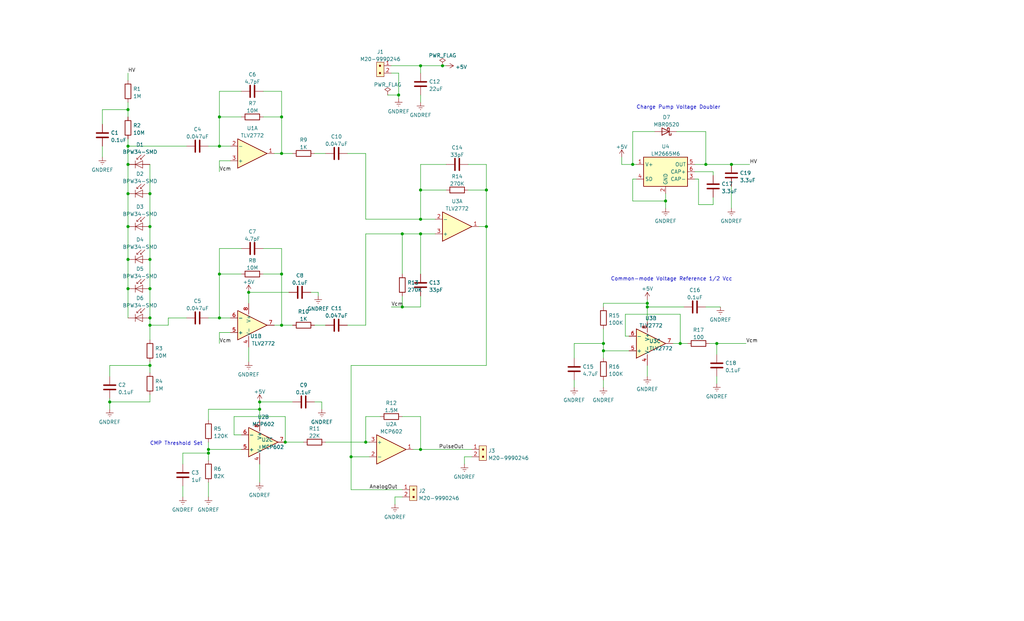
<source format=kicad_sch>
(kicad_sch (version 20211123) (generator eeschema)
  (paper "USLegal")
  (title_block (title "Particle Counter") (date "2023-02-11"))
  (lib_symbols
    (symbol "Amplifier_Operational:MCP602" (pin_names (offset 0.127))
      (property "Reference" "U" (at 0 5.08 0))
      (property "Value" "MCP602" (at 0 -5.08 0))
      (symbol "MCP602_1_1"
        (polyline (pts (xy -5.08 5.08) (xy 5.08 0) (xy -5.08 -5.08) (xy -5.08 5.08)) (stroke (width 0.254)) (fill (type background)))
        (pin output line (at 7.62 0 180) (length 2.54) (name "~") (number "1"))
        (pin input line (at -7.62 -2.54 0) (length 2.54) (name "-") (number "2"))
        (pin input line (at -7.62 2.54 0) (length 2.54) (name "+") (number "3"))
      )
      (symbol "MCP602_2_1"
        (polyline (pts (xy -5.08 5.08) (xy 5.08 0) (xy -5.08 -5.08) (xy -5.08 5.08)) (stroke (width 0.254)) (fill (type background)))
        (pin input line (at -7.62 2.54 0) (length 2.54) (name "+") (number "5"))
        (pin input line (at -7.62 -2.54 0) (length 2.54) (name "-") (number "6"))
        (pin output line (at 7.62 0 180) (length 2.54) (name "~") (number "7"))
      )
      (symbol "MCP602_3_1"
        (pin power_in line (at -2.54 -7.62 90) (length 3.81) (name "V-") (number "4"))
        (pin power_in line (at -2.54 7.62 270) (length 3.81) (name "V+") (number "8"))
      )
    )
    (symbol "Amplifier_Operational:TLV2372" (pin_names (offset 0.127))
      (property "Reference" "U" (at 0 5.08 0))
      (property "Value" "TLV2372" (at 0 -5.08 0))
      (symbol "TLV2372_1_1"
        (polyline (pts (xy -5.08 5.08) (xy 5.08 0) (xy -5.08 -5.08) (xy -5.08 5.08)) (stroke (width 0.254)) (fill (type background)))
        (pin output line (at 7.62 0 180) (length 2.54) (name "~") (number "1"))
        (pin input line (at -7.62 -2.54 0) (length 2.54) (name "-") (number "2"))
        (pin input line (at -7.62 2.54 0) (length 2.54) (name "+") (number "3"))
      )
      (symbol "TLV2372_2_1"
        (polyline (pts (xy -5.08 5.08) (xy 5.08 0) (xy -5.08 -5.08) (xy -5.08 5.08)) (stroke (width 0.254)) (fill (type background)))
        (pin input line (at -7.62 2.54 0) (length 2.54) (name "+") (number "5"))
        (pin input line (at -7.62 -2.54 0) (length 2.54) (name "-") (number "6"))
        (pin output line (at 7.62 0 180) (length 2.54) (name "~") (number "7"))
      )
      (symbol "TLV2372_3_1"
        (pin power_in line (at -2.54 -7.62 90) (length 3.81) (name "V-") (number "4"))
        (pin power_in line (at -2.54 7.62 270) (length 3.81) (name "V+") (number "8"))
      )
    )
    (symbol "Device:C" (pin_numbers hide) (pin_names (offset 0.254))
      (property "Reference" "C" (at 0.635 2.54 0))
      (property "Value" "C" (at 0.635 -2.54 0))
      (symbol "C_0_1"
        (polyline (pts (xy -2.032 -0.762) (xy 2.032 -0.762)) (stroke (width 0.508)))
        (polyline (pts (xy -2.032 0.762) (xy 2.032 0.762)) (stroke (width 0.508)))
      )
      (symbol "C_1_1"
        (pin passive line (at 0 3.81 270) (length 2.794) (name "~") (number "1"))
        (pin passive line (at 0 -3.81 90) (length 2.794) (name "~") (number "2"))
      )
    )
    (symbol "Device:R" (pin_numbers hide) (pin_names (offset 0))
      (property "Reference" "R" (at 2.032 0 90))
      (property "Value" "R" (at 0 0 90))
      (symbol "R_0_1"
        (rectangle (start -1.016 -2.54) (end 1.016 2.54) (stroke (width 0.254)))
      )
      (symbol "R_1_1"
        (pin passive line (at 0 3.81 270) (length 1.27) (name "~") (number "1"))
        (pin passive line (at 0 -3.81 90) (length 1.27) (name "~") (number "2"))
      )
    )
    (symbol "Diode:MBR0520" (pin_numbers hide) (pin_names (offset 1.016) hide)
      (property "Reference" "D" (at 0 2.54 0))
      (property "Value" "MBR0520" (at 0 -2.54 0))
      (symbol "MBR0520_0_1"
        (polyline (pts (xy 1.27 0) (xy -1.27 0)))
        (polyline (pts (xy 1.27 1.27) (xy 1.27 -1.27) (xy -1.27 0) (xy 1.27 1.27)) (stroke (width 0.254)))
        (polyline (pts (xy -1.905 0.635) (xy -1.905 1.27) (xy -1.27 1.27) (xy -1.27 -1.27) (xy -0.635 -1.27) (xy -0.635 -0.635)) (stroke (width 0.254)))
      )
      (symbol "MBR0520_1_1"
        (pin passive line (at -3.81 0 0) (length 2.54) (name "K") (number "1"))
        (pin passive line (at 3.81 0 180) (length 2.54) (name "A") (number "2"))
      )
    )
    (symbol "Regulator_SwitchedCapacitor:LM2665M6"
      (property "Reference" "U" (at -6.35 6.35 0))
      (property "Value" "LM2665M6" (at 1.27 6.35 0))
      (symbol "LM2665M6_0_1"
        (rectangle (start -7.62 5.08) (end 7.62 -5.08) (stroke (width 0.254)) (fill (type background)))
      )
      (symbol "LM2665M6_1_1"
        (pin passive line (at -10.16 2.54 0) (length 2.54) (name "V+") (number "1"))
        (pin power_in line (at 0 -7.62 90) (length 2.54) (name "GND") (number "2"))
        (pin passive line (at 10.16 -2.54 180) (length 2.54) (name "CAP-") (number "3"))
        (pin input line (at -10.16 -2.54 0) (length 2.54) (name "SD") (number "4"))
        (pin passive line (at 10.16 2.54 180) (length 2.54) (name "OUT") (number "5"))
        (pin passive line (at 10.16 0 180) (length 2.54) (name "CAP+") (number "6"))
      )
    )
    (symbol "Sensor_Optical:BPW34-SMD" (pin_numbers hide) (pin_names (offset 1.016) hide)
      (property "Reference" "D" (at 0.508 1.778 0))
      (property "Value" "BPW34-SMD" (at -1.016 -2.794 0))
      (symbol "BPW34-SMD_0_1"
        (polyline (pts (xy -2.54 1.27) (xy -2.54 -1.27)) (stroke (width 0.1524)))
        (polyline (pts (xy -2.032 1.778) (xy -1.524 1.778)))
        (polyline (pts (xy 0 -1.27) (xy 0 1.27)))
        (polyline (pts (xy 0 0) (xy -2.54 0)))
        (polyline (pts (xy -0.508 3.302) (xy -2.032 1.778) (xy -2.032 2.286)))
        (polyline (pts (xy 0 1.27) (xy -2.54 0) (xy 0 -1.27)))
        (polyline (pts (xy 0.762 3.302) (xy -0.762 1.778) (xy -0.762 2.286) (xy -0.762 1.778) (xy -0.254 1.778)))
      )
      (symbol "BPW34-SMD_1_1"
        (pin passive line (at -5.08 0 0) (length 2.54) (name "K") (number "1"))
        (pin passive line (at 2.54 0 180) (length 2.54) (name "A") (number "2"))
      )
    )
    (symbol "dk_Rectangular-Connectors-Headers-Male-Pins:M20-9990246" (pin_names (offset 1.016))
      (property "Reference" "J" (at -2.54 1.27 0))
      (property "Value" "M20-9990246" (at 1.27 -3.81 0))
      (symbol "M20-9990246_1_1"
        (rectangle (start -1.27 0) (end 3.81 -2.54) (fill (type background)))
        (rectangle (start -0.254 -1.143) (end 0.254 -1.651) (fill (type outline)))
        (rectangle (start 2.286 -1.143) (end 2.794 -1.651) (fill (type outline)))
        (pin passive line (at 0 2.54 270) (length 2.54) (name "~") (number "1"))
        (pin passive line (at 2.54 2.54 270) (length 2.54) (name "~") (number "2"))
      )
    )
    (symbol "power:+5V" (power) (pin_names (offset 0))
      (property "Value" "+5V" (at 0 3.556 0))
      (symbol "+5V_0_1"
        (polyline (pts (xy -0.762 1.27) (xy 0 2.54)))
        (polyline (pts (xy 0 0) (xy 0 2.54)))
        (polyline (pts (xy 0 2.54) (xy 0.762 1.27)))
      )
      (symbol "+5V_1_1"
        (pin power_in line (at 0 0 90) (length 0) hide (name "+5V") (number "1"))
      )
    )
    (symbol "power:GNDREF" (power) (pin_names (offset 0))
      (property "Value" "GNDREF" (at 0 -3.81 0))
      (symbol "GNDREF_0_1"
        (polyline (pts (xy -0.635 -1.905) (xy 0.635 -1.905)))
        (polyline (pts (xy -0.127 -2.54) (xy 0.127 -2.54)))
        (polyline (pts (xy 0 -1.27) (xy 0 0)))
        (polyline (pts (xy 1.27 -1.27) (xy -1.27 -1.27)))
      )
      (symbol "GNDREF_1_1"
        (pin power_in line (at 0 0 270) (length 0) hide (name "GNDREF") (number "1"))
      )
    )
    (symbol "power:PWR_FLAG" (power) (pin_numbers hide) (pin_names (offset 0) hide)
      (property "Value" "PWR_FLAG" (at 0 3.81 0))
      (symbol "PWR_FLAG_0_0"
        (pin power_out line (at 0 0 90) (length 0) (name "pwr") (number "1"))
      )
      (symbol "PWR_FLAG_0_1"
        (polyline (pts (xy 0 0) (xy 0 1.27) (xy -1.016 1.905) (xy 0 2.54) (xy 1.016 1.905) (xy 0 1.27)))
      )
    )
  )
  (junction (at 97.79 113.03))
  (junction (at 52.07 100.33))
  (junction (at 52.07 90.17))
  (junction (at 97.79 40.64))
  (junction (at 99.06 153.67))
  (junction (at 52.07 110.49))
  (junction (at 86.36 101.6))
  (junction (at 44.45 57.15))
  (junction (at 236.22 119.38))
  (junction (at 224.79 106.68))
  (junction (at 72.39 157.48))
  (junction (at 209.55 119.38))
  (junction (at 97.79 53.34))
  (junction (at 52.07 127))
  (junction (at 52.07 113.03))
  (junction (at 146.05 66.04))
  (junction (at 248.92 119.38))
  (junction (at 146.05 22.86))
  (junction (at 121.92 158.75))
  (junction (at 38.1 139.7))
  (junction (at 44.45 78.74))
  (junction (at 44.45 100.33))
  (junction (at 168.91 78.74))
  (junction (at 168.91 66.04))
  (junction (at 153.67 22.86))
  (junction (at 224.79 105.41))
  (junction (at 52.07 67.31))
  (junction (at 44.45 50.8))
  (junction (at 146.05 76.2))
  (junction (at 138.43 33.02))
  (junction (at 90.17 139.7))
  (junction (at 127 153.67))
  (junction (at 76.2 110.49))
  (junction (at 44.45 90.17))
  (junction (at 52.07 78.74))
  (junction (at 76.2 95.25))
  (junction (at 44.45 38.1))
  (junction (at 146.05 156.21))
  (junction (at 76.2 50.8))
  (junction (at 146.05 81.28))
  (junction (at 219.71 57.15))
  (junction (at 231.14 69.85))
  (junction (at 254 57.15))
  (junction (at 72.39 156.21))
  (junction (at 139.7 106.68))
  (junction (at 76.2 40.64))
  (junction (at 97.79 95.25))
  (junction (at 90.17 142.24))
  (junction (at 245.11 57.15))
  (junction (at 139.7 81.28))
  (junction (at 44.45 67.31))
  (junction (at 209.55 121.92))
  (wire (pts (xy 146.05 22.86) (xy 153.67 22.86)))
  (wire (pts (xy 209.55 121.92) (xy 209.55 124.46)))
  (wire (pts (xy 83.82 95.25) (xy 76.2 95.25)))
  (wire (pts (xy 44.45 57.15) (xy 44.45 67.31)))
  (wire (pts (xy 38.1 130.81) (xy 38.1 127)))
  (wire (pts (xy 44.45 50.8) (xy 64.77 50.8)))
  (wire (pts (xy 52.07 78.74) (xy 52.07 90.17)))
  (wire (pts (xy 217.17 109.22) (xy 217.17 116.84)))
  (wire (pts (xy 219.71 57.15) (xy 220.98 57.15)))
  (wire (pts (xy 127 53.34) (xy 127 76.2)))
  (wire (pts (xy 91.44 95.25) (xy 97.79 95.25)))
  (wire (pts (xy 139.7 81.28) (xy 139.7 95.25)))
  (wire (pts (xy 146.05 156.21) (xy 163.83 156.21)))
  (wire (pts (xy 44.45 35.56) (xy 44.45 38.1)))
  (wire (pts (xy 209.55 114.3) (xy 209.55 119.38)))
  (wire (pts (xy 72.39 50.8) (xy 76.2 50.8)))
  (wire (pts (xy 127 113.03) (xy 127 81.28)))
  (wire (pts (xy 209.55 105.41) (xy 224.79 105.41)))
  (wire (pts (xy 245.11 106.68) (xy 250.19 106.68)))
  (wire (pts (xy 86.36 101.6) (xy 86.36 105.41)))
  (wire (pts (xy 38.1 138.43) (xy 38.1 139.7)))
  (wire (pts (xy 215.9 54.61) (xy 215.9 57.15)))
  (wire (pts (xy 231.14 67.31) (xy 231.14 69.85)))
  (wire (pts (xy 83.82 31.75) (xy 76.2 31.75)))
  (wire (pts (xy 146.05 33.02) (xy 146.05 35.56)))
  (wire (pts (xy 166.37 78.74) (xy 168.91 78.74)))
  (wire (pts (xy 44.45 100.33) (xy 44.45 110.49)))
  (wire (pts (xy 90.17 161.29) (xy 90.17 167.64)))
  (wire (pts (xy 58.42 110.49) (xy 58.42 113.03)))
  (wire (pts (xy 233.68 119.38) (xy 236.22 119.38)))
  (wire (pts (xy 38.1 139.7) (xy 38.1 142.24)))
  (wire (pts (xy 236.22 109.22) (xy 217.17 109.22)))
  (wire (pts (xy 72.39 153.67) (xy 72.39 156.21)))
  (wire (pts (xy 209.55 106.68) (xy 209.55 105.41)))
  (wire (pts (xy 162.56 57.15) (xy 168.91 57.15)))
  (wire (pts (xy 83.82 40.64) (xy 76.2 40.64)))
  (wire (pts (xy 76.2 95.25) (xy 76.2 110.49)))
  (wire (pts (xy 72.39 146.05) (xy 72.39 142.24)))
  (wire (pts (xy 44.45 78.74) (xy 44.45 90.17)))
  (wire (pts (xy 248.92 119.38) (xy 259.08 119.38)))
  (wire (pts (xy 146.05 102.87) (xy 146.05 106.68)))
  (wire (pts (xy 168.91 127) (xy 121.92 127)))
  (wire (pts (xy 199.39 124.46) (xy 199.39 119.38)))
  (wire (pts (xy 95.25 53.34) (xy 97.79 53.34)))
  (wire (pts (xy 146.05 144.78) (xy 146.05 156.21)))
  (wire (pts (xy 90.17 139.7) (xy 90.17 142.24)))
  (wire (pts (xy 111.76 139.7) (xy 111.76 142.24)))
  (wire (pts (xy 162.56 66.04) (xy 168.91 66.04)))
  (wire (pts (xy 44.45 48.26) (xy 44.45 50.8)))
  (wire (pts (xy 97.79 113.03) (xy 101.6 113.03)))
  (wire (pts (xy 72.39 156.21) (xy 83.82 156.21)))
  (wire (pts (xy 97.79 31.75) (xy 97.79 40.64)))
  (wire (pts (xy 52.07 125.73) (xy 52.07 127)))
  (wire (pts (xy 99.06 144.78) (xy 99.06 153.67)))
  (wire (pts (xy 63.5 157.48) (xy 72.39 157.48)))
  (wire (pts (xy 109.22 139.7) (xy 111.76 139.7)))
  (wire (pts (xy 135.89 106.68) (xy 139.7 106.68)))
  (wire (pts (xy 234.95 45.72) (xy 245.11 45.72)))
  (wire (pts (xy 168.91 78.74) (xy 168.91 127)))
  (wire (pts (xy 146.05 81.28) (xy 146.05 95.25)))
  (wire (pts (xy 63.5 161.29) (xy 63.5 157.48)))
  (wire (pts (xy 139.7 81.28) (xy 146.05 81.28)))
  (wire (pts (xy 97.79 40.64) (xy 97.79 53.34)))
  (wire (pts (xy 135.89 25.4) (xy 138.43 25.4)))
  (wire (pts (xy 76.2 40.64) (xy 76.2 50.8)))
  (wire (pts (xy 91.44 31.75) (xy 97.79 31.75)))
  (wire (pts (xy 137.16 172.72) (xy 137.16 175.26)))
  (wire (pts (xy 247.65 60.96) (xy 247.65 59.69)))
  (wire (pts (xy 127 81.28) (xy 139.7 81.28)))
  (wire (pts (xy 90.17 139.7) (xy 101.6 139.7)))
  (wire (pts (xy 219.71 62.23) (xy 219.71 69.85)))
  (wire (pts (xy 247.65 71.12) (xy 247.65 68.58)))
  (wire (pts (xy 109.22 53.34) (xy 113.03 53.34)))
  (wire (pts (xy 107.95 101.6) (xy 110.49 101.6)))
  (wire (pts (xy 209.55 119.38) (xy 209.55 121.92)))
  (wire (pts (xy 52.07 57.15) (xy 52.07 67.31)))
  (wire (pts (xy 254 57.15) (xy 260.35 57.15)))
  (wire (pts (xy 247.65 59.69) (xy 241.3 59.69)))
  (wire (pts (xy 241.3 57.15) (xy 245.11 57.15)))
  (wire (pts (xy 139.7 102.87) (xy 139.7 106.68)))
  (wire (pts (xy 236.22 119.38) (xy 238.76 119.38)))
  (wire (pts (xy 224.79 106.68) (xy 237.49 106.68)))
  (wire (pts (xy 224.79 127) (xy 224.79 130.81)))
  (wire (pts (xy 163.83 158.75) (xy 161.29 158.75)))
  (wire (pts (xy 109.22 113.03) (xy 113.03 113.03)))
  (wire (pts (xy 38.1 127) (xy 52.07 127)))
  (wire (pts (xy 52.07 137.16) (xy 52.07 139.7)))
  (wire (pts (xy 146.05 76.2) (xy 151.13 76.2)))
  (wire (pts (xy 83.82 86.36) (xy 76.2 86.36)))
  (wire (pts (xy 143.51 156.21) (xy 146.05 156.21)))
  (wire (pts (xy 146.05 81.28) (xy 151.13 81.28)))
  (wire (pts (xy 219.71 69.85) (xy 231.14 69.85)))
  (wire (pts (xy 146.05 66.04) (xy 146.05 76.2)))
  (wire (pts (xy 161.29 158.75) (xy 161.29 161.29)))
  (wire (pts (xy 138.43 33.02) (xy 138.43 34.29)))
  (wire (pts (xy 120.65 53.34) (xy 127 53.34)))
  (wire (pts (xy 139.7 170.18) (xy 121.92 170.18)))
  (wire (pts (xy 35.56 50.8) (xy 35.56 54.61)))
  (wire (pts (xy 83.82 151.13) (xy 81.28 151.13)))
  (wire (pts (xy 97.79 86.36) (xy 97.79 95.25)))
  (wire (pts (xy 44.45 25.4) (xy 44.45 27.94)))
  (wire (pts (xy 242.57 71.12) (xy 247.65 71.12)))
  (wire (pts (xy 97.79 53.34) (xy 101.6 53.34)))
  (wire (pts (xy 58.42 113.03) (xy 52.07 113.03)))
  (wire (pts (xy 138.43 25.4) (xy 138.43 33.02)))
  (wire (pts (xy 139.7 172.72) (xy 137.16 172.72)))
  (wire (pts (xy 146.05 22.86) (xy 146.05 25.4)))
  (wire (pts (xy 80.01 55.88) (xy 76.2 55.88)))
  (wire (pts (xy 139.7 144.78) (xy 146.05 144.78)))
  (wire (pts (xy 52.07 113.03) (xy 52.07 118.11)))
  (wire (pts (xy 154.94 66.04) (xy 146.05 66.04)))
  (wire (pts (xy 146.05 57.15) (xy 146.05 66.04)))
  (wire (pts (xy 224.79 105.41) (xy 224.79 106.68)))
  (wire (pts (xy 76.2 115.57) (xy 76.2 119.38)))
  (wire (pts (xy 236.22 119.38) (xy 236.22 109.22)))
  (wire (pts (xy 52.07 90.17) (xy 52.07 100.33)))
  (wire (pts (xy 72.39 156.21) (xy 72.39 157.48)))
  (wire (pts (xy 64.77 110.49) (xy 58.42 110.49)))
  (wire (pts (xy 134.62 33.02) (xy 138.43 33.02)))
  (wire (pts (xy 91.44 86.36) (xy 97.79 86.36)))
  (wire (pts (xy 121.92 158.75) (xy 121.92 170.18)))
  (wire (pts (xy 127 153.67) (xy 128.27 153.67)))
  (wire (pts (xy 72.39 142.24) (xy 90.17 142.24)))
  (wire (pts (xy 99.06 153.67) (xy 105.41 153.67)))
  (wire (pts (xy 44.45 38.1) (xy 44.45 40.64)))
  (wire (pts (xy 209.55 132.08) (xy 209.55 134.62)))
  (wire (pts (xy 52.07 67.31) (xy 52.07 78.74)))
  (wire (pts (xy 217.17 116.84) (xy 218.44 116.84)))
  (wire (pts (xy 246.38 119.38) (xy 248.92 119.38)))
  (wire (pts (xy 215.9 57.15) (xy 219.71 57.15)))
  (wire (pts (xy 139.7 106.68) (xy 146.05 106.68)))
  (wire (pts (xy 90.17 142.24) (xy 90.17 146.05)))
  (wire (pts (xy 76.2 86.36) (xy 76.2 95.25)))
  (wire (pts (xy 76.2 31.75) (xy 76.2 40.64)))
  (wire (pts (xy 86.36 120.65) (xy 86.36 125.73)))
  (wire (pts (xy 110.49 101.6) (xy 110.49 102.87)))
  (wire (pts (xy 76.2 50.8) (xy 80.01 50.8)))
  (wire (pts (xy 121.92 158.75) (xy 128.27 158.75)))
  (wire (pts (xy 52.07 127) (xy 52.07 129.54)))
  (wire (pts (xy 86.36 101.6) (xy 100.33 101.6)))
  (wire (pts (xy 95.25 113.03) (xy 97.79 113.03)))
  (wire (pts (xy 135.89 22.86) (xy 146.05 22.86)))
  (wire (pts (xy 44.45 67.31) (xy 44.45 78.74)))
  (wire (pts (xy 168.91 57.15) (xy 168.91 66.04)))
  (wire (pts (xy 113.03 153.67) (xy 127 153.67)))
  (wire (pts (xy 227.33 45.72) (xy 219.71 45.72)))
  (wire (pts (xy 132.08 144.78) (xy 127 144.78)))
  (wire (pts (xy 127 144.78) (xy 127 153.67)))
  (wire (pts (xy 199.39 134.62) (xy 199.39 132.08)))
  (wire (pts (xy 245.11 45.72) (xy 245.11 57.15)))
  (wire (pts (xy 72.39 157.48) (xy 72.39 160.02)))
  (wire (pts (xy 44.45 50.8) (xy 44.45 57.15)))
  (wire (pts (xy 52.07 139.7) (xy 38.1 139.7)))
  (wire (pts (xy 80.01 115.57) (xy 76.2 115.57)))
  (wire (pts (xy 121.92 127) (xy 121.92 158.75)))
  (wire (pts (xy 153.67 22.86) (xy 154.94 22.86)))
  (wire (pts (xy 199.39 119.38) (xy 209.55 119.38)))
  (wire (pts (xy 224.79 106.68) (xy 224.79 111.76)))
  (wire (pts (xy 127 76.2) (xy 146.05 76.2)))
  (wire (pts (xy 76.2 110.49) (xy 80.01 110.49)))
  (wire (pts (xy 81.28 144.78) (xy 99.06 144.78)))
  (wire (pts (xy 209.55 121.92) (xy 218.44 121.92)))
  (wire (pts (xy 72.39 167.64) (xy 72.39 172.72)))
  (wire (pts (xy 52.07 110.49) (xy 52.07 113.03)))
  (wire (pts (xy 245.11 57.15) (xy 254 57.15)))
  (wire (pts (xy 76.2 55.88) (xy 76.2 59.69)))
  (wire (pts (xy 248.92 130.81) (xy 248.92 133.35)))
  (wire (pts (xy 254 64.77) (xy 254 72.39)))
  (wire (pts (xy 52.07 100.33) (xy 52.07 110.49)))
  (wire (pts (xy 63.5 168.91) (xy 63.5 172.72)))
  (wire (pts (xy 248.92 119.38) (xy 248.92 123.19)))
  (wire (pts (xy 72.39 110.49) (xy 76.2 110.49)))
  (wire (pts (xy 154.94 57.15) (xy 146.05 57.15)))
  (wire (pts (xy 231.14 69.85) (xy 231.14 72.39)))
  (wire (pts (xy 168.91 66.04) (xy 168.91 78.74)))
  (wire (pts (xy 120.65 113.03) (xy 127 113.03)))
  (wire (pts (xy 220.98 62.23) (xy 219.71 62.23)))
  (wire (pts (xy 81.28 151.13) (xy 81.28 144.78)))
  (wire (pts (xy 97.79 95.25) (xy 97.79 113.03)))
  (wire (pts (xy 35.56 43.18) (xy 35.56 38.1)))
  (wire (pts (xy 242.57 62.23) (xy 242.57 71.12)))
  (wire (pts (xy 224.79 104.14) (xy 224.79 105.41)))
  (wire (pts (xy 219.71 45.72) (xy 219.71 57.15)))
  (wire (pts (xy 44.45 90.17) (xy 44.45 100.33)))
  (wire (pts (xy 35.56 38.1) (xy 44.45 38.1)))
  (wire (pts (xy 241.3 62.23) (xy 242.57 62.23)))
  (wire (pts (xy 91.44 40.64) (xy 97.79 40.64)))
  (text "Charge Pump Voltage Doubler" (at 220.98 38.1 0) (effects (font (size 1.27 1.27)) (justify left bottom)))
  (text "Common-mode Voltage Reference 1/2 Vcc" (at 212.09 97.79 0) (effects (font (size 1.27 1.27)) (justify left bottom)))
  (text "CMP Threshold Set" (at 52.07 154.94 0) (effects (font (size 1.27 1.27)) (justify left bottom)))
  (label "Vcm" (at 259.08 119.38 0))
  (label "Vcm" (at 76.2 59.69 0))
  (label "Vcm" (at 76.2 119.38 0))
  (label "AnalogOut" (at 128.27 170.18 0))
  (label "PulseOut" (at 152.4 156.21 0))
  (label "Vcm" (at 135.89 106.68 0))
  (label "HV" (at 260.35 57.15 0))
  (label "HV" (at 44.45 25.4 0))
  (symbol (lib_id "Amplifier_Operational:MCP602") (at 135.89 156.21 0) (unit 1)
    (property "Reference" "U2" (at 135.89 147.4302 0))
    (property "Value" "MCP602" (at 135.89 149.9671 0))
    (property "Footprint" "Package_SO:SO-8_3.9x4.9mm_P1.27mm" (effects hide))
    (property "Datasheet" "http://ww1.microchip.com/downloads/en/DeviceDoc/21314g.pdf" (effects hide))
  )
  (symbol (lib_id "Amplifier_Operational:TLV2372") (at 87.63 53.34 0) (mirror x) (unit 1)
    (property "Reference" "U1" (at 87.63 44.5602 0))
    (property "Value" "TLV2772" (at 87.63 47.0971 0))
    (property "Footprint" "Package_SO:SO-8_3.9x4.9mm_P1.27mm" (effects hide))
    (property "Datasheet" "http://www.ti.com/lit/ds/symlink/tlv2375.pdf" (effects hide))
  )
  (symbol (lib_id "power:GNDREF") (at 248.92 133.35 0) (unit 1)
    (property "Reference" "#PWR022" (effects hide))
    (property "Value" "GNDREF" (at 248.92 137.7934 0))
  )
  (symbol (lib_id "power:GNDREF") (at 111.76 142.24 0) (unit 1)
    (property "Reference" "#PWR010" (effects hide))
    (property "Value" "GNDREF" (at 111.76 146.6834 0))
  )
  (symbol (lib_id "Device:R") (at 87.63 40.64 270) (unit 1)
    (property "Reference" "R7" (at 87.63 35.9242 90))
    (property "Value" "10M" (at 87.63 38.4611 90))
    (property "Footprint" "Resistor_SMD:R_0603_1608Metric" (effects hide))
  )
  (symbol (lib_id "power:GNDREF") (at 110.49 102.87 0) (unit 1)
    (property "Reference" "#PWR09" (effects hide))
    (property "Value" "GNDREF" (at 110.49 107.3134 0))
  )
  (symbol (lib_id "Regulator_SwitchedCapacitor:LM2665M6") (at 231.14 59.69 0) (unit 1)
    (property "Reference" "U4" (at 231.14 50.9102 0))
    (property "Value" "LM2665M6" (at 231.14 53.4471 0))
    (property "Footprint" "Package_TO_SOT_SMD:SOT-23-6" (effects hide))
    (property "Datasheet" "https://www.ti.com/lit/ds/symlink/lm2665.pdf" (effects hide))
  )
  (symbol (lib_id "power:GNDREF") (at 254 72.39 0) (unit 1)
    (property "Reference" "#PWR024" (effects hide))
    (property "Value" "GNDREF" (at 254 76.8334 0))
  )
  (symbol (lib_id "Device:C") (at 105.41 139.7 270) (unit 1)
    (property "Reference" "C9" (at 105.41 133.8412 90))
    (property "Value" "0.1uF" (at 105.41 136.3781 90))
    (property "Footprint" "Capacitor_SMD:C_0603_1608Metric" (effects hide))
  )
  (symbol (lib_id "power:GNDREF") (at 146.05 35.56 0) (unit 1)
    (property "Reference" "#PWR013" (effects hide))
    (property "Value" "GNDREF" (at 146.05 40.0034 0))
  )
  (symbol (lib_id "Sensor_Optical:BPW34-SMD") (at 49.53 90.17 0) (unit 1)
    (property "Reference" "D4" (at 48.6029 83.2952 0))
    (property "Value" "BPW34-SMD" (at 48.6029 85.8321 0))
    (property "Footprint" "OptoDevice:Osram_BPW34S-SMD" (effects hide))
    (property "Datasheet" "https://dammedia.osram.info/media/resource/hires/osram-dam-5488319/BPW%2034%20S_EN.pdf" (effects hide))
  )
  (symbol (lib_id "Device:C") (at 63.5 165.1 0) (unit 1)
    (property "Reference" "C3" (at 66.421 164.2653 0) (effects (justify left)))
    (property "Value" "1uF" (at 66.421 166.8022 0) (effects (justify left)))
    (property "Footprint" "Capacitor_SMD:C_0805_2012Metric" (effects hide))
  )
  (symbol (lib_id "Device:R") (at 52.07 121.92 180) (unit 1)
    (property "Reference" "R3" (at 53.848 121.0853 0) (effects (justify right)))
    (property "Value" "10M" (at 53.848 123.6222 0) (effects (justify right)))
    (property "Footprint" "Resistor_SMD:R_0603_1608Metric" (effects hide))
  )
  (symbol (lib_id "power:GNDREF") (at 138.43 34.29 0) (unit 1)
    (property "Reference" "#PWR012" (effects hide))
    (property "Value" "GNDREF" (at 138.43 38.7334 0))
  )
  (symbol (lib_id "Device:C") (at 87.63 86.36 270) (unit 1)
    (property "Reference" "C7" (at 87.63 80.5012 90))
    (property "Value" "4.7pF" (at 87.63 83.0381 90))
    (property "Footprint" "Capacitor_SMD:C_0603_1608Metric" (effects hide))
  )
  (symbol (lib_id "Device:R") (at 52.07 133.35 180) (unit 1)
    (property "Reference" "R4" (at 53.848 132.5153 0) (effects (justify right)))
    (property "Value" "1M" (at 53.848 135.0522 0) (effects (justify right)))
    (property "Footprint" "Resistor_SMD:R_0603_1608Metric" (effects hide))
  )
  (symbol (lib_id "power:+5V") (at 215.9 54.61 0) (unit 1)
    (property "Reference" "#PWR018" (effects hide))
    (property "Value" "+5V" (at 215.9 51.0342 0))
  )
  (symbol (lib_id "Amplifier_Operational:TLV2372") (at 158.75 78.74 0) (mirror x) (unit 1)
    (property "Reference" "U3" (at 158.75 69.9602 0))
    (property "Value" "TLV2772" (at 158.75 72.4971 0))
    (property "Footprint" "Package_SO:SO-8_3.9x4.9mm_P1.27mm" (effects hide))
    (property "Datasheet" "http://www.ti.com/lit/ds/symlink/tlv2375.pdf" (effects hide))
  )
  (symbol (lib_id "Device:C") (at 146.05 29.21 180) (unit 1)
    (property "Reference" "C12" (at 148.971 28.3753 0) (effects (justify right)))
    (property "Value" "22uF" (at 148.971 30.9122 0) (effects (justify right)))
    (property "Footprint" "Capacitor_SMD:C_0805_2012Metric" (effects hide))
  )
  (symbol (lib_id "Device:C") (at 116.84 53.34 90) (unit 1)
    (property "Reference" "C10" (at 116.84 47.4812 90))
    (property "Value" "0.047uF" (at 116.84 50.0181 90))
    (property "Footprint" "Capacitor_SMD:C_0805_2012Metric" (effects hide))
  )
  (symbol (lib_id "power:GNDREF") (at 72.39 172.72 0) (unit 1)
    (property "Reference" "#PWR04" (effects hide))
    (property "Value" "GNDREF" (at 72.39 177.1634 0))
  )
  (symbol (lib_id "power:+5V") (at 224.79 104.14 0) (unit 1)
    (property "Reference" "#PWR019" (effects hide))
    (property "Value" "+5V" (at 224.79 100.33 0))
  )
  (symbol (lib_id "Device:R") (at 242.57 119.38 90) (unit 1)
    (property "Reference" "R17" (at 242.57 114.6642 90))
    (property "Value" "100" (at 242.57 117.2011 90))
    (property "Footprint" "Resistor_SMD:R_0603_1608Metric" (effects hide))
  )
  (symbol (lib_id "Device:R") (at 209.55 128.27 0) (unit 1)
    (property "Reference" "R16" (at 211.328 127.4353 0) (effects (justify left)))
    (property "Value" "100K" (at 211.328 129.9722 0) (effects (justify left)))
    (property "Footprint" "Resistor_SMD:R_0603_1608Metric" (effects hide))
  )
  (symbol (lib_id "Device:R") (at 158.75 66.04 270) (unit 1)
    (property "Reference" "R14" (at 158.75 61.3242 90))
    (property "Value" "270K" (at 158.75 63.8611 90))
    (property "Footprint" "Resistor_SMD:R_0603_1608Metric" (effects hide))
  )
  (symbol (lib_id "Device:C") (at 241.3 106.68 90) (unit 1)
    (property "Reference" "C16" (at 241.3 100.8212 90))
    (property "Value" "0.1uF" (at 241.3 103.3581 90))
    (property "Footprint" "Capacitor_SMD:C_0603_1608Metric" (effects hide))
  )
  (symbol (lib_id "power:+5V") (at 86.36 101.6 0) (unit 1)
    (property "Reference" "#PWR05" (effects hide))
    (property "Value" "+5V" (at 86.36 98.0242 0))
  )
  (symbol (lib_id "Device:C") (at 146.05 99.06 180) (unit 1)
    (property "Reference" "C13" (at 148.971 98.2253 0) (effects (justify right)))
    (property "Value" "33pF" (at 148.971 100.7622 0) (effects (justify right)))
    (property "Footprint" "Capacitor_SMD:C_0603_1608Metric" (effects hide))
  )
  (symbol (lib_id "Device:C") (at 68.58 110.49 90) (unit 1)
    (property "Reference" "C5" (at 68.58 104.6312 90))
    (property "Value" "0.047uF" (at 68.58 107.1681 90))
    (property "Footprint" "Capacitor_SMD:C_0805_2012Metric" (effects hide))
  )
  (symbol (lib_id "Amplifier_Operational:TLV2372") (at 88.9 113.03 0) (unit 3)
    (property "Reference" "U1" (effects hide))
    (property "Value" "TLV2772" (effects hide))
    (property "Footprint" "Package_SO:SO-8_3.9x4.9mm_P1.27mm" (effects hide))
    (property "Datasheet" "http://www.ti.com/lit/ds/symlink/tlv2375.pdf" (effects hide))
  )
  (symbol (lib_id "Device:R") (at 135.89 144.78 90) (unit 1)
    (property "Reference" "R12" (at 135.89 140.0642 90))
    (property "Value" "1.5M" (at 135.89 142.6011 90))
    (property "Footprint" "Resistor_SMD:R_0603_1608Metric" (effects hide))
  )
  (symbol (lib_id "Amplifier_Operational:TLV2372") (at 87.63 113.03 0) (mirror x) (unit 2)
    (property "Reference" "U1" (at 88.9 116.84 0))
    (property "Value" "TLV2772" (at 91.44 119.38 0))
    (property "Footprint" "Package_SO:SO-8_3.9x4.9mm_P1.27mm" (effects hide))
    (property "Datasheet" "http://www.ti.com/lit/ds/symlink/tlv2375.pdf" (effects hide))
  )
  (symbol (lib_id "Device:R") (at 109.22 153.67 90) (unit 1)
    (property "Reference" "R11" (at 109.22 148.9542 90))
    (property "Value" "22K" (at 109.22 151.4911 90))
    (property "Footprint" "Resistor_SMD:R_0603_1608Metric" (effects hide))
  )
  (symbol (lib_id "dk_Rectangular-Connectors-Headers-Male-Pins:M20-9990246") (at 142.24 170.18 90) (mirror x) (unit 1)
    (property "Reference" "J2" (at 145.415 170.6153 90) (effects (justify right)))
    (property "Value" "M20-9990246" (at 145.415 173.1522 90) (effects (justify right)))
    (property "Footprint" "digikey-footprints:PinHeader_1x2_P2.54mm" (effects hide))
    (property "Datasheet" "https://cdn.harwin.com/pdfs/M20-999.pdf" (effects hide))
    (property "Digi-Key_PN" "952-2262-ND" (effects hide))
    (property "MPN" "M20-9990246" (effects hide))
    (property "Category" "Connectors, Interconnects" (effects hide))
    (property "Family" "Rectangular Connectors - Headers, Male Pins" (effects hide))
    (property "DK_Datasheet_Link" "https://cdn.harwin.com/pdfs/M20-999.pdf" (effects hide))
    (property "DK_Detail_Page" "/product-detail/en/harwin-inc/M20-9990246/952-2262-ND/3728226" (effects hide))
    (property "Description" "CONN HEADER VERT 2POS 2.54MM" (effects hide))
    (property "Manufacturer" "Harwin Inc." (effects hide))
    (property "Status" "Active" (effects hide))
  )
  (symbol (lib_id "Device:C") (at 35.56 46.99 0) (unit 1)
    (property "Reference" "C1" (at 38.481 46.1553 0) (effects (justify left)))
    (property "Value" "0.1uF" (at 38.481 48.6922 0) (effects (justify left)))
    (property "Footprint" "Capacitor_SMD:C_0805_2012Metric" (effects hide))
  )
  (symbol (lib_id "Amplifier_Operational:MCP602") (at 92.71 153.67 0) (unit 3)
    (property "Reference" "U2" (at 90.805 152.8353 0) (effects (justify left)))
    (property "Value" "MCP602" (at 90.805 155.3722 0) (effects (justify left)))
    (property "Footprint" "Package_SO:SO-8_3.9x4.9mm_P1.27mm" (effects hide))
    (property "Datasheet" "http://ww1.microchip.com/downloads/en/DeviceDoc/21314g.pdf" (effects hide))
  )
  (symbol (lib_id "Device:C") (at 87.63 31.75 270) (unit 1)
    (property "Reference" "C6" (at 87.63 25.8912 90))
    (property "Value" "4.7pF" (at 87.63 28.4281 90))
    (property "Footprint" "Capacitor_SMD:C_0603_1608Metric" (effects hide))
  )
  (symbol (lib_id "power:PWR_FLAG") (at 153.67 22.86 0) (unit 1)
    (property "Reference" "#FLG01" (effects hide))
    (property "Value" "PWR_FLAG" (at 153.67 19.2842 0))
  )
  (symbol (lib_id "Device:C") (at 247.65 64.77 180) (unit 1)
    (property "Reference" "C17" (at 250.571 63.9353 0) (effects (justify right)))
    (property "Value" "3.3uF" (at 250.571 66.4722 0) (effects (justify right)))
    (property "Footprint" "Capacitor_SMD:C_0805_2012Metric" (effects hide))
  )
  (symbol (lib_id "dk_Rectangular-Connectors-Headers-Male-Pins:M20-9990246") (at 166.37 156.21 90) (mirror x) (unit 1)
    (property "Reference" "J3" (at 169.545 156.6453 90) (effects (justify right)))
    (property "Value" "M20-9990246" (at 169.545 159.1822 90) (effects (justify right)))
    (property "Footprint" "digikey-footprints:PinHeader_1x2_P2.54mm" (effects hide))
    (property "Datasheet" "https://cdn.harwin.com/pdfs/M20-999.pdf" (effects hide))
    (property "Digi-Key_PN" "952-2262-ND" (effects hide))
    (property "MPN" "M20-9990246" (effects hide))
    (property "Category" "Connectors, Interconnects" (effects hide))
    (property "Family" "Rectangular Connectors - Headers, Male Pins" (effects hide))
    (property "DK_Datasheet_Link" "https://cdn.harwin.com/pdfs/M20-999.pdf" (effects hide))
    (property "DK_Detail_Page" "/product-detail/en/harwin-inc/M20-9990246/952-2262-ND/3728226" (effects hide))
    (property "Description" "CONN HEADER VERT 2POS 2.54MM" (effects hide))
    (property "Manufacturer" "Harwin Inc." (effects hide))
    (property "Status" "Active" (effects hide))
  )
  (symbol (lib_id "power:GNDREF") (at 199.39 134.62 0) (unit 1)
    (property "Reference" "#PWR016" (effects hide))
    (property "Value" "GNDREF" (at 199.39 139.0634 0))
  )
  (symbol (lib_id "power:GNDREF") (at 231.14 72.39 0) (unit 1)
    (property "Reference" "#PWR021" (effects hide))
    (property "Value" "GNDREF" (at 231.14 76.8334 0))
  )
  (symbol (lib_id "Device:C") (at 38.1 134.62 0) (unit 1)
    (property "Reference" "C2" (at 41.021 133.7853 0) (effects (justify left)))
    (property "Value" "0.1uF" (at 41.021 136.3222 0) (effects (justify left)))
    (property "Footprint" "Capacitor_SMD:C_0805_2012Metric" (effects hide))
  )
  (symbol (lib_id "Device:R") (at 72.39 163.83 0) (unit 1)
    (property "Reference" "R6" (at 74.168 162.9953 0) (effects (justify left)))
    (property "Value" "82K" (at 74.168 165.5322 0) (effects (justify left)))
    (property "Footprint" "Resistor_SMD:R_0603_1608Metric" (effects hide))
  )
  (symbol (lib_id "Sensor_Optical:BPW34-SMD") (at 49.53 78.74 0) (unit 1)
    (property "Reference" "D3" (at 48.6029 71.8652 0))
    (property "Value" "BPW34-SMD" (at 48.6029 74.4021 0))
    (property "Footprint" "OptoDevice:Osram_BPW34S-SMD" (effects hide))
    (property "Datasheet" "https://dammedia.osram.info/media/resource/hires/osram-dam-5488319/BPW%2034%20S_EN.pdf" (effects hide))
  )
  (symbol (lib_id "Device:C") (at 68.58 50.8 90) (unit 1)
    (property "Reference" "C4" (at 68.58 44.9412 90))
    (property "Value" "0.047uF" (at 68.58 47.4781 90))
    (property "Footprint" "Capacitor_SMD:C_0805_2012Metric" (effects hide))
  )
  (symbol (lib_id "dk_Rectangular-Connectors-Headers-Male-Pins:M20-9990246") (at 133.35 22.86 270) (unit 1)
    (property "Reference" "J1" (at 132.08 18.0172 90))
    (property "Value" "M20-9990246" (at 132.08 20.5541 90))
    (property "Footprint" "digikey-footprints:PinHeader_1x2_P2.54mm" (effects hide))
    (property "Datasheet" "https://cdn.harwin.com/pdfs/M20-999.pdf" (effects hide))
    (property "Digi-Key_PN" "952-2262-ND" (effects hide))
    (property "MPN" "M20-9990246" (effects hide))
    (property "Category" "Connectors, Interconnects" (effects hide))
    (property "Family" "Rectangular Connectors - Headers, Male Pins" (effects hide))
    (property "DK_Datasheet_Link" "https://cdn.harwin.com/pdfs/M20-999.pdf" (effects hide))
    (property "DK_Detail_Page" "/product-detail/en/harwin-inc/M20-9990246/952-2262-ND/3728226" (effects hide))
    (property "Description" "CONN HEADER VERT 2POS 2.54MM" (effects hide))
    (property "Manufacturer" "Harwin Inc." (effects hide))
    (property "Status" "Active" (effects hide))
  )
  (symbol (lib_id "Device:R") (at 209.55 110.49 0) (unit 1)
    (property "Reference" "R15" (at 211.328 109.6553 0) (effects (justify left)))
    (property "Value" "100K" (at 211.328 112.1922 0) (effects (justify left)))
    (property "Footprint" "Resistor_SMD:R_0603_1608Metric" (effects hide))
  )
  (symbol (lib_id "power:+5V") (at 154.94 22.86 270) (unit 1)
    (property "Reference" "#PWR014" (effects hide))
    (property "Value" "+5V" (at 158.115 23.2938 90) (effects (justify left)))
  )
  (symbol (lib_id "power:GNDREF") (at 137.16 175.26 0) (unit 1)
    (property "Reference" "#PWR011" (effects hide))
    (property "Value" "GNDREF" (at 137.16 179.7034 0))
  )
  (symbol (lib_id "power:GNDREF") (at 209.55 134.62 0) (unit 1)
    (property "Reference" "#PWR017" (effects hide))
    (property "Value" "GNDREF" (at 209.55 139.0634 0))
  )
  (symbol (lib_id "power:GNDREF") (at 224.79 130.81 0) (unit 1)
    (property "Reference" "#PWR020" (effects hide))
    (property "Value" "GNDREF" (at 224.79 135.2534 0))
  )
  (symbol (lib_id "Device:C") (at 248.92 127 180) (unit 1)
    (property "Reference" "C18" (at 251.841 126.1653 0) (effects (justify right)))
    (property "Value" "0.1uF" (at 251.841 128.7022 0) (effects (justify right)))
    (property "Footprint" "Capacitor_SMD:C_0805_2012Metric" (effects hide))
  )
  (symbol (lib_id "Device:R") (at 44.45 31.75 180) (unit 1)
    (property "Reference" "R1" (at 46.228 30.9153 0) (effects (justify right)))
    (property "Value" "1M" (at 46.228 33.4522 0) (effects (justify right)))
    (property "Footprint" "Resistor_SMD:R_0603_1608Metric" (effects hide))
  )
  (symbol (lib_id "Device:C") (at 104.14 101.6 270) (unit 1)
    (property "Reference" "C8" (at 104.14 95.7412 90))
    (property "Value" "0.1uF" (at 104.14 98.2781 90))
    (property "Footprint" "Capacitor_SMD:C_0603_1608Metric" (effects hide))
  )
  (symbol (lib_id "Sensor_Optical:BPW34-SMD") (at 49.53 110.49 0) (unit 1)
    (property "Reference" "D6" (at 48.6029 103.6152 0))
    (property "Value" "BPW34-SMD" (at 48.6029 106.1521 0))
    (property "Footprint" "OptoDevice:Osram_BPW34S-SMD" (effects hide))
    (property "Datasheet" "https://dammedia.osram.info/media/resource/hires/osram-dam-5488319/BPW%2034%20S_EN.pdf" (effects hide))
  )
  (symbol (lib_id "power:GNDREF") (at 86.36 125.73 0) (unit 1)
    (property "Reference" "#PWR06" (effects hide))
    (property "Value" "GNDREF" (at 86.36 130.1734 0))
  )
  (symbol (lib_id "power:PWR_FLAG") (at 134.62 33.02 0) (unit 1)
    (property "Reference" "#FLG02" (effects hide))
    (property "Value" "PWR_FLAG" (at 134.62 29.4442 0))
  )
  (symbol (lib_id "power:GNDREF") (at 35.56 54.61 0) (unit 1)
    (property "Reference" "#PWR01" (effects hide))
    (property "Value" "GNDREF" (at 35.56 59.0534 0))
  )
  (symbol (lib_id "power:GNDREF") (at 38.1 142.24 0) (unit 1)
    (property "Reference" "#PWR02" (effects hide))
    (property "Value" "GNDREF" (at 38.1 146.6834 0))
  )
  (symbol (lib_id "Amplifier_Operational:TLV2372") (at 227.33 119.38 0) (unit 3)
    (property "Reference" "U3" (at 225.425 118.5453 0) (effects (justify left)))
    (property "Value" "TLV2772" (at 225.425 121.0822 0) (effects (justify left)))
    (property "Footprint" "Package_SO:SO-8_3.9x4.9mm_P1.27mm" (effects hide))
    (property "Datasheet" "http://www.ti.com/lit/ds/symlink/tlv2375.pdf" (effects hide))
  )
  (symbol (lib_id "Sensor_Optical:BPW34-SMD") (at 49.53 67.31 0) (unit 1)
    (property "Reference" "D2" (at 48.6029 60.4352 0))
    (property "Value" "BPW34-SMD" (at 48.6029 62.9721 0))
    (property "Footprint" "OptoDevice:Osram_BPW34S-SMD" (effects hide))
    (property "Datasheet" "https://dammedia.osram.info/media/resource/hires/osram-dam-5488319/BPW%2034%20S_EN.pdf" (effects hide))
  )
  (symbol (lib_id "Amplifier_Operational:MCP602") (at 91.44 153.67 0) (mirror x) (unit 2)
    (property "Reference" "U2" (at 91.44 144.8902 0))
    (property "Value" "MCP602" (at 91.44 147.4271 0))
    (property "Footprint" "Package_SO:SO-8_3.9x4.9mm_P1.27mm" (effects hide))
    (property "Datasheet" "http://ww1.microchip.com/downloads/en/DeviceDoc/21314g.pdf" (effects hide))
  )
  (symbol (lib_id "Device:C") (at 116.84 113.03 90) (unit 1)
    (property "Reference" "C11" (at 116.84 107.1712 90))
    (property "Value" "0.047uF" (at 116.84 109.7081 90))
    (property "Footprint" "Capacitor_SMD:C_0805_2012Metric" (effects hide))
  )
  (symbol (lib_id "Device:C") (at 158.75 57.15 270) (unit 1)
    (property "Reference" "C14" (at 158.75 51.2912 90))
    (property "Value" "33pF" (at 158.75 53.8281 90))
    (property "Footprint" "Capacitor_SMD:C_0603_1608Metric" (effects hide))
  )
  (symbol (lib_id "Device:R") (at 44.45 44.45 180) (unit 1)
    (property "Reference" "R2" (at 46.228 43.6153 0) (effects (justify right)))
    (property "Value" "10M" (at 46.228 46.1522 0) (effects (justify right)))
    (property "Footprint" "Resistor_SMD:R_0603_1608Metric" (effects hide))
  )
  (symbol (lib_id "Device:R") (at 105.41 53.34 270) (unit 1)
    (property "Reference" "R9" (at 105.41 48.6242 90))
    (property "Value" "1K" (at 105.41 51.1611 90))
    (property "Footprint" "Resistor_SMD:R_0603_1608Metric" (effects hide))
  )
  (symbol (lib_id "power:+5V") (at 90.17 139.7 0) (unit 1)
    (property "Reference" "#PWR07" (effects hide))
    (property "Value" "+5V" (at 90.17 136.1242 0))
  )
  (symbol (lib_id "Device:R") (at 139.7 99.06 0) (unit 1)
    (property "Reference" "R13" (at 141.478 98.2253 0) (effects (justify left)))
    (property "Value" "270K" (at 141.478 100.7622 0) (effects (justify left)))
    (property "Footprint" "Resistor_SMD:R_0603_1608Metric" (effects hide))
  )
  (symbol (lib_id "Device:R") (at 72.39 149.86 0) (unit 1)
    (property "Reference" "R5" (at 74.168 149.0253 0) (effects (justify left)))
    (property "Value" "120K" (at 74.168 151.5622 0) (effects (justify left)))
    (property "Footprint" "Resistor_SMD:R_0603_1608Metric" (effects hide))
  )
  (symbol (lib_id "Device:C") (at 199.39 128.27 180) (unit 1)
    (property "Reference" "C15" (at 202.311 127.4353 0) (effects (justify right)))
    (property "Value" "4.7uF" (at 202.311 129.9722 0) (effects (justify right)))
    (property "Footprint" "Capacitor_SMD:C_0805_2012Metric" (effects hide))
  )
  (symbol (lib_id "power:GNDREF") (at 250.19 106.68 0) (unit 1)
    (property "Reference" "#PWR023" (effects hide))
    (property "Value" "GNDREF" (at 250.19 111.1234 0))
  )
  (symbol (lib_id "Amplifier_Operational:TLV2372") (at 226.06 119.38 0) (mirror x) (unit 2)
    (property "Reference" "U3" (at 226.06 110.6002 0))
    (property "Value" "TLV2772" (at 226.06 113.1371 0))
    (property "Footprint" "Package_SO:SO-8_3.9x4.9mm_P1.27mm" (effects hide))
    (property "Datasheet" "http://www.ti.com/lit/ds/symlink/tlv2375.pdf" (effects hide))
  )
  (symbol (lib_id "power:GNDREF") (at 90.17 167.64 0) (unit 1)
    (property "Reference" "#PWR08" (effects hide))
    (property "Value" "GNDREF" (at 90.17 172.0834 0))
  )
  (symbol (lib_id "Device:R") (at 105.41 113.03 270) (unit 1)
    (property "Reference" "R10" (at 105.41 108.3142 90))
    (property "Value" "1K" (at 105.41 110.8511 90))
    (property "Footprint" "Resistor_SMD:R_0603_1608Metric" (effects hide))
  )
  (symbol (lib_id "Sensor_Optical:BPW34-SMD") (at 49.53 100.33 0) (unit 1)
    (property "Reference" "D5" (at 48.6029 93.4552 0))
    (property "Value" "BPW34-SMD" (at 48.6029 95.9921 0))
    (property "Footprint" "OptoDevice:Osram_BPW34S-SMD" (effects hide))
    (property "Datasheet" "https://dammedia.osram.info/media/resource/hires/osram-dam-5488319/BPW%2034%20S_EN.pdf" (effects hide))
  )
  (symbol (lib_id "power:GNDREF") (at 63.5 172.72 0) (unit 1)
    (property "Reference" "#PWR03" (effects hide))
    (property "Value" "GNDREF" (at 63.5 177.1634 0))
  )
  (symbol (lib_id "Diode:MBR0520") (at 231.14 45.72 180) (unit 1)
    (property "Reference" "D7" (at 231.4575 40.7502 0))
    (property "Value" "MBR0520" (at 231.4575 43.2871 0))
    (property "Footprint" "Diode_SMD:D_SOD-123" (effects hide))
    (property "Datasheet" "http://www.mccsemi.com/up_pdf/MBR0520~MBR0580(SOD123).pdf" (effects hide))
  )
  (symbol (lib_id "Device:C") (at 254 60.96 180) (unit 1)
    (property "Reference" "C19" (at 256.921 60.1253 0) (effects (justify right)))
    (property "Value" "3.3uF" (at 256.921 62.6622 0) (effects (justify right)))
    (property "Footprint" "Capacitor_SMD:C_0805_2012Metric" (effects hide))
  )
  (symbol (lib_id "Sensor_Optical:BPW34-SMD") (at 49.53 57.15 0) (unit 1)
    (property "Reference" "D1" (at 48.6029 50.2752 0))
    (property "Value" "BPW34-SMD" (at 48.6029 52.8121 0))
    (property "Footprint" "OptoDevice:Osram_BPW34S-SMD" (effects hide))
    (property "Datasheet" "https://dammedia.osram.info/media/resource/hires/osram-dam-5488319/BPW%2034%20S_EN.pdf" (effects hide))
  )
  (symbol (lib_id "power:GNDREF") (at 161.29 161.29 0) (unit 1)
    (property "Reference" "#PWR015" (effects hide))
    (property "Value" "GNDREF" (at 161.29 165.7334 0))
  )
  (symbol (lib_id "Device:R") (at 87.63 95.25 270) (unit 1)
    (property "Reference" "R8" (at 87.63 90.5342 90))
    (property "Value" "10M" (at 87.63 93.0711 90))
    (property "Footprint" "Resistor_SMD:R_0603_1608Metric" (effects hide))
  )
)
</source>
